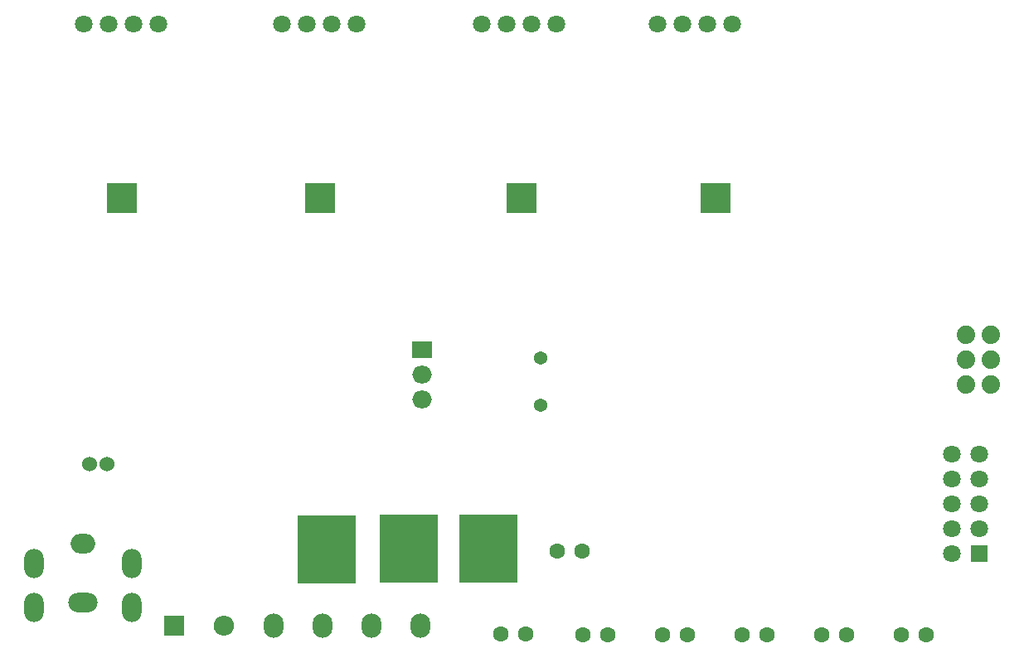
<source format=gbr>
G04 Layer_Color=255*
%FSLAX26Y26*%
%MOIN*%
%TF.FileFunction,Pads,Bot*%
%TF.Part,Single*%
G01*
G75*
%TA.AperFunction,ComponentPad*%
%ADD212R,0.078740X0.070866*%
%ADD213O,0.078740X0.070866*%
%ADD214C,0.062992*%
%ADD215C,0.070866*%
%ADD218C,0.074000*%
%ADD219C,0.054000*%
%ADD220O,0.082000X0.080000*%
%ADD221R,0.082000X0.082000*%
%ADD222R,0.070866X0.070866*%
%TA.AperFunction,ViaPad*%
%ADD223C,0.060000*%
%ADD224C,0.039370*%
%ADD225O,0.078740X0.118110*%
%ADD226O,0.118110X0.078740*%
%ADD227O,0.098425X0.078740*%
%TA.AperFunction,SMDPad,CuDef*%
%ADD231R,0.236220X0.275591*%
%TA.AperFunction,ViaPad*%
%ADD295O,0.080000X0.098000*%
%TA.AperFunction,SMDPad,CuDef*%
%ADD296R,0.122000X0.122000*%
D212*
X-2355000Y1295000D02*
D03*
D213*
Y1195000D02*
D03*
Y1095000D02*
D03*
D214*
X-1607535Y150843D02*
D03*
X-1707535D02*
D03*
X-1287535D02*
D03*
X-1387535D02*
D03*
X-967535D02*
D03*
X-1067535D02*
D03*
X-747535D02*
D03*
X-647535D02*
D03*
X-327535D02*
D03*
X-427535D02*
D03*
X-2036535Y151843D02*
D03*
X-1936535D02*
D03*
X-1710535Y486842D02*
D03*
X-1810535D02*
D03*
D215*
X-1307488Y2604843D02*
D03*
X-1407488D02*
D03*
X-1207488D02*
D03*
X-1107488D02*
D03*
X-1814535D02*
D03*
X-1914535D02*
D03*
X-2114535D02*
D03*
X-2014535D02*
D03*
X-2619535D02*
D03*
X-2719535D02*
D03*
X-2919535D02*
D03*
X-2819535D02*
D03*
X-3414535D02*
D03*
X-3514535D02*
D03*
X-3714535D02*
D03*
X-3614535D02*
D03*
X-224772Y874842D02*
D03*
X-114535D02*
D03*
X-224772Y774842D02*
D03*
X-114535D02*
D03*
X-224772Y674842D02*
D03*
X-114535D02*
D03*
X-224772Y574842D02*
D03*
X-114535D02*
D03*
X-224772Y474842D02*
D03*
D218*
X-69535Y1154842D02*
D03*
X-169535Y1354842D02*
D03*
X-69535Y1254842D02*
D03*
X-169535Y1154842D02*
D03*
Y1254842D02*
D03*
X-69535Y1354842D02*
D03*
D219*
X-1878121Y1071510D02*
D03*
X-1879535Y1263842D02*
D03*
D220*
X-3151535Y186843D02*
D03*
D221*
X-3351535D02*
D03*
D222*
X-114535Y474842D02*
D03*
D223*
X-3692535Y834842D02*
D03*
X-3621535Y835842D02*
D03*
D224*
X-3520386Y277937D02*
D03*
Y275937D02*
D03*
Y273937D02*
D03*
Y271937D02*
D03*
Y269937D02*
D03*
Y267937D02*
D03*
D03*
Y265937D02*
D03*
Y263937D02*
D03*
Y261937D02*
D03*
Y259937D02*
D03*
Y257937D02*
D03*
Y261937D02*
D03*
Y259937D02*
D03*
Y257937D02*
D03*
Y255937D02*
D03*
Y253937D02*
D03*
Y251937D02*
D03*
D03*
Y249937D02*
D03*
Y247937D02*
D03*
Y245937D02*
D03*
Y243937D02*
D03*
Y241937D02*
D03*
Y455102D02*
D03*
Y453102D02*
D03*
Y451102D02*
D03*
Y449102D02*
D03*
Y447102D02*
D03*
Y445102D02*
D03*
D03*
Y443102D02*
D03*
Y441102D02*
D03*
Y439102D02*
D03*
Y437102D02*
D03*
Y435102D02*
D03*
Y439102D02*
D03*
Y437102D02*
D03*
Y435102D02*
D03*
Y433102D02*
D03*
Y431102D02*
D03*
Y429102D02*
D03*
D03*
Y427102D02*
D03*
Y425102D02*
D03*
Y423102D02*
D03*
Y421102D02*
D03*
Y419102D02*
D03*
X-3737630Y279992D02*
D03*
X-3735630D02*
D03*
X-3733630D02*
D03*
X-3731630D02*
D03*
X-3729630D02*
D03*
X-3727630D02*
D03*
D03*
X-3725630D02*
D03*
X-3723630D02*
D03*
X-3721630D02*
D03*
X-3719630D02*
D03*
X-3717630D02*
D03*
X-3721630D02*
D03*
X-3719630D02*
D03*
X-3717630D02*
D03*
X-3715630D02*
D03*
X-3713630D02*
D03*
X-3711630D02*
D03*
D03*
X-3709630D02*
D03*
X-3707630D02*
D03*
X-3705630D02*
D03*
X-3703630D02*
D03*
X-3701630D02*
D03*
X-3914087Y241937D02*
D03*
Y243937D02*
D03*
Y245937D02*
D03*
Y247937D02*
D03*
Y249937D02*
D03*
Y251937D02*
D03*
D03*
Y253937D02*
D03*
Y255937D02*
D03*
Y257937D02*
D03*
Y259937D02*
D03*
Y261937D02*
D03*
Y257937D02*
D03*
Y259937D02*
D03*
Y261937D02*
D03*
Y263937D02*
D03*
Y265937D02*
D03*
Y267937D02*
D03*
D03*
Y269937D02*
D03*
Y271937D02*
D03*
Y273937D02*
D03*
Y275937D02*
D03*
Y277937D02*
D03*
Y419102D02*
D03*
Y421102D02*
D03*
Y423102D02*
D03*
Y425102D02*
D03*
Y427102D02*
D03*
Y429102D02*
D03*
D03*
Y431102D02*
D03*
Y433102D02*
D03*
Y435102D02*
D03*
Y437102D02*
D03*
Y439102D02*
D03*
Y435102D02*
D03*
Y437102D02*
D03*
Y439102D02*
D03*
Y441102D02*
D03*
Y443102D02*
D03*
Y445102D02*
D03*
D03*
Y447102D02*
D03*
Y449102D02*
D03*
Y451102D02*
D03*
Y453102D02*
D03*
Y455102D02*
D03*
D225*
X-3520386Y259937D02*
D03*
Y437102D02*
D03*
X-3914087Y259937D02*
D03*
Y437102D02*
D03*
D226*
X-3719630Y279992D02*
D03*
D227*
X-3716685Y515968D02*
D03*
D231*
X-2087535Y495842D02*
D03*
X-2736535Y492842D02*
D03*
X-2409535Y496842D02*
D03*
D295*
X-2360985Y186843D02*
D03*
X-2557835D02*
D03*
X-2951535D02*
D03*
X-2754685D02*
D03*
D296*
X-3560622Y1907881D02*
D03*
X-2764535Y1904842D02*
D03*
X-1955622Y1907881D02*
D03*
X-1175622D02*
D03*
%TF.MD5,0e7468debd2334a054c9fa6fdaeca16f*%
M02*

</source>
